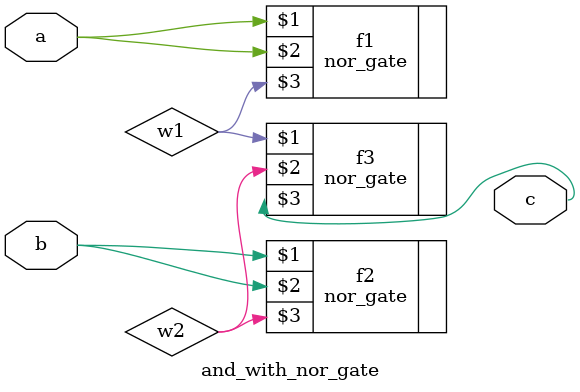
<source format=v>
`include "nor_gate.v"
module and_with_nor_gate(a,b,c);

input a,b;
output c;

wire w1,w2;

nor_gate f1(a,a,w1);
nor_gate f2(b,b,w2);
nor_gate f3(w1,w2,c);

endmodule
</source>
